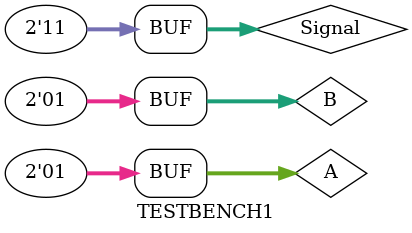
<source format=v>
`timescale 1ns / 1ps


module TESTBENCH1;

	// Inputs
	reg [1:0] A;
	reg [1:0] B;
	reg [1:0] Signal;

	// Outputs
	wire [3:0] Output;

	// Instantiate the Unit Under Test (UUT)
	ALU2Bit uut (
		.A(A), 
		.B(B), 
		.Signal(Signal), 
		.Output(Output)
	);

	initial begin
		// Initialize Inputs
		A = 0;
		B = 0;
		Signal = 0;

		// Wait 100 ns for global reset to finish
		#100;
		#50 A=2'b01; B=2'b01; Signal = 2'b01;
		#50 A=2'b01; B=2'b01; Signal = 2'b00;
		#50 A=2'b01; B=2'b01; Signal = 2'b10;
		#50 A=2'b01; B=2'b01; Signal = 2'b11;
        
		// Add stimulus here

	end
      
endmodule


</source>
